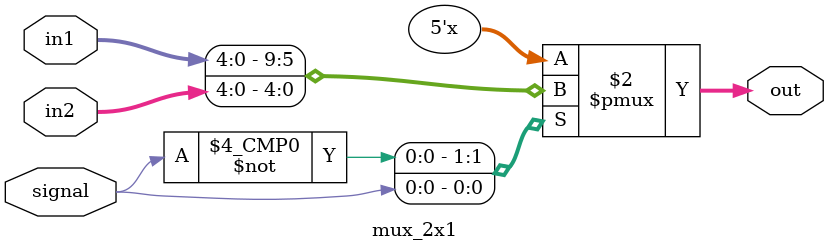
<source format=v>
`timescale 1ns / 1ps
module mux_2x1(
    input [4:0] in1,
    input [4:0] in2,
    input signal,
    output reg [4:0] out
    );
    
    always @(*)
    begin
        case(signal)
            1'b0:
            begin
                out = in1;
            end
            1'b1:
            begin
                out = in2;
            end
            default
            begin
                out = 32'b0;
            end
			endcase
    end
endmodule

</source>
